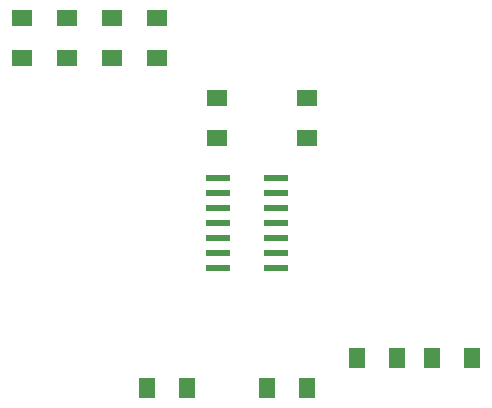
<source format=gbr>
%TF.GenerationSoftware,KiCad,Pcbnew,7.0.9*%
%TF.CreationDate,2024-02-20T12:17:06+01:00*%
%TF.ProjectId,Final_project,46696e61-6c5f-4707-926f-6a6563742e6b,1*%
%TF.SameCoordinates,Original*%
%TF.FileFunction,Paste,Top*%
%TF.FilePolarity,Positive*%
%FSLAX46Y46*%
G04 Gerber Fmt 4.6, Leading zero omitted, Abs format (unit mm)*
G04 Created by KiCad (PCBNEW 7.0.9) date 2024-02-20 12:17:06*
%MOMM*%
%LPD*%
G01*
G04 APERTURE LIST*
%ADD10R,1.400000X1.700000*%
%ADD11R,2.000000X0.600000*%
%ADD12R,1.700000X1.400000*%
G04 APERTURE END LIST*
D10*
%TO.C,C3*%
X109220000Y-138430000D03*
X105820000Y-138430000D03*
%TD*%
%TO.C,R7*%
X113440000Y-135890000D03*
X116840000Y-135890000D03*
%TD*%
D11*
%TO.C,U1*%
X101665000Y-120650000D03*
X101665000Y-121920000D03*
X101665000Y-123190000D03*
X101665000Y-124460000D03*
X101665000Y-125730000D03*
X101665000Y-127000000D03*
X101665000Y-128270000D03*
X106615000Y-128270000D03*
X106615000Y-127000000D03*
X106615000Y-125730000D03*
X106615000Y-124460000D03*
X106615000Y-123190000D03*
X106615000Y-121920000D03*
X106615000Y-120650000D03*
%TD*%
D12*
%TO.C,R4*%
X92710000Y-107090000D03*
X92710000Y-110490000D03*
%TD*%
%TO.C,R3*%
X88900000Y-107090000D03*
X88900000Y-110490000D03*
%TD*%
%TO.C,R5*%
X96520000Y-107090000D03*
X96520000Y-110490000D03*
%TD*%
%TO.C,R2*%
X85090000Y-107090000D03*
X85090000Y-110490000D03*
%TD*%
D10*
%TO.C,R6*%
X123190000Y-135890000D03*
X119790000Y-135890000D03*
%TD*%
D12*
%TO.C,C4*%
X101600000Y-113870000D03*
X101600000Y-117270000D03*
%TD*%
D10*
%TO.C,C2*%
X95660000Y-138430000D03*
X99060000Y-138430000D03*
%TD*%
D12*
%TO.C,R1*%
X109220000Y-117270000D03*
X109220000Y-113870000D03*
%TD*%
M02*

</source>
